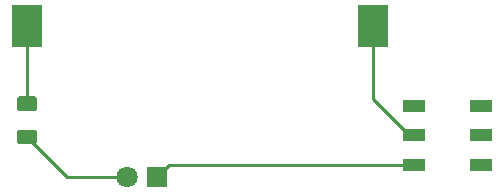
<source format=gbr>
G04 #@! TF.GenerationSoftware,KiCad,Pcbnew,(5.1.2)-1*
G04 #@! TF.CreationDate,2019-06-19T12:48:08+08:00*
G04 #@! TF.ProjectId,docker_take2,646f636b-6572-45f7-9461-6b65322e6b69,rev?*
G04 #@! TF.SameCoordinates,Original*
G04 #@! TF.FileFunction,Copper,L2,Bot*
G04 #@! TF.FilePolarity,Positive*
%FSLAX46Y46*%
G04 Gerber Fmt 4.6, Leading zero omitted, Abs format (unit mm)*
G04 Created by KiCad (PCBNEW (5.1.2)-1) date 2019-06-19 12:48:08*
%MOMM*%
%LPD*%
G04 APERTURE LIST*
%ADD10R,1.948180X1.099820*%
%ADD11R,2.600000X3.600000*%
%ADD12R,1.800000X1.800000*%
%ADD13C,1.800000*%
%ADD14C,0.100000*%
%ADD15C,1.250000*%
%ADD16C,0.250000*%
G04 APERTURE END LIST*
D10*
X163703000Y-86042500D03*
X169351960Y-86042500D03*
X163703000Y-83543140D03*
X163703000Y-88541860D03*
X169351960Y-83543140D03*
X169351960Y-88541860D03*
D11*
X130942800Y-76758800D03*
X160242800Y-76758800D03*
D12*
X141884400Y-89560400D03*
D13*
X139344400Y-89560400D03*
D14*
G36*
X131561104Y-85561404D02*
G01*
X131585373Y-85565004D01*
X131609171Y-85570965D01*
X131632271Y-85579230D01*
X131654449Y-85589720D01*
X131675493Y-85602333D01*
X131695198Y-85616947D01*
X131713377Y-85633423D01*
X131729853Y-85651602D01*
X131744467Y-85671307D01*
X131757080Y-85692351D01*
X131767570Y-85714529D01*
X131775835Y-85737629D01*
X131781796Y-85761427D01*
X131785396Y-85785696D01*
X131786600Y-85810200D01*
X131786600Y-86560200D01*
X131785396Y-86584704D01*
X131781796Y-86608973D01*
X131775835Y-86632771D01*
X131767570Y-86655871D01*
X131757080Y-86678049D01*
X131744467Y-86699093D01*
X131729853Y-86718798D01*
X131713377Y-86736977D01*
X131695198Y-86753453D01*
X131675493Y-86768067D01*
X131654449Y-86780680D01*
X131632271Y-86791170D01*
X131609171Y-86799435D01*
X131585373Y-86805396D01*
X131561104Y-86808996D01*
X131536600Y-86810200D01*
X130286600Y-86810200D01*
X130262096Y-86808996D01*
X130237827Y-86805396D01*
X130214029Y-86799435D01*
X130190929Y-86791170D01*
X130168751Y-86780680D01*
X130147707Y-86768067D01*
X130128002Y-86753453D01*
X130109823Y-86736977D01*
X130093347Y-86718798D01*
X130078733Y-86699093D01*
X130066120Y-86678049D01*
X130055630Y-86655871D01*
X130047365Y-86632771D01*
X130041404Y-86608973D01*
X130037804Y-86584704D01*
X130036600Y-86560200D01*
X130036600Y-85810200D01*
X130037804Y-85785696D01*
X130041404Y-85761427D01*
X130047365Y-85737629D01*
X130055630Y-85714529D01*
X130066120Y-85692351D01*
X130078733Y-85671307D01*
X130093347Y-85651602D01*
X130109823Y-85633423D01*
X130128002Y-85616947D01*
X130147707Y-85602333D01*
X130168751Y-85589720D01*
X130190929Y-85579230D01*
X130214029Y-85570965D01*
X130237827Y-85565004D01*
X130262096Y-85561404D01*
X130286600Y-85560200D01*
X131536600Y-85560200D01*
X131561104Y-85561404D01*
X131561104Y-85561404D01*
G37*
D15*
X130911600Y-86185200D03*
D14*
G36*
X131561104Y-82761404D02*
G01*
X131585373Y-82765004D01*
X131609171Y-82770965D01*
X131632271Y-82779230D01*
X131654449Y-82789720D01*
X131675493Y-82802333D01*
X131695198Y-82816947D01*
X131713377Y-82833423D01*
X131729853Y-82851602D01*
X131744467Y-82871307D01*
X131757080Y-82892351D01*
X131767570Y-82914529D01*
X131775835Y-82937629D01*
X131781796Y-82961427D01*
X131785396Y-82985696D01*
X131786600Y-83010200D01*
X131786600Y-83760200D01*
X131785396Y-83784704D01*
X131781796Y-83808973D01*
X131775835Y-83832771D01*
X131767570Y-83855871D01*
X131757080Y-83878049D01*
X131744467Y-83899093D01*
X131729853Y-83918798D01*
X131713377Y-83936977D01*
X131695198Y-83953453D01*
X131675493Y-83968067D01*
X131654449Y-83980680D01*
X131632271Y-83991170D01*
X131609171Y-83999435D01*
X131585373Y-84005396D01*
X131561104Y-84008996D01*
X131536600Y-84010200D01*
X130286600Y-84010200D01*
X130262096Y-84008996D01*
X130237827Y-84005396D01*
X130214029Y-83999435D01*
X130190929Y-83991170D01*
X130168751Y-83980680D01*
X130147707Y-83968067D01*
X130128002Y-83953453D01*
X130109823Y-83936977D01*
X130093347Y-83918798D01*
X130078733Y-83899093D01*
X130066120Y-83878049D01*
X130055630Y-83855871D01*
X130047365Y-83832771D01*
X130041404Y-83808973D01*
X130037804Y-83784704D01*
X130036600Y-83760200D01*
X130036600Y-83010200D01*
X130037804Y-82985696D01*
X130041404Y-82961427D01*
X130047365Y-82937629D01*
X130055630Y-82914529D01*
X130066120Y-82892351D01*
X130078733Y-82871307D01*
X130093347Y-82851602D01*
X130109823Y-82833423D01*
X130128002Y-82816947D01*
X130147707Y-82802333D01*
X130168751Y-82789720D01*
X130190929Y-82779230D01*
X130214029Y-82770965D01*
X130237827Y-82765004D01*
X130262096Y-82761404D01*
X130286600Y-82760200D01*
X131536600Y-82760200D01*
X131561104Y-82761404D01*
X131561104Y-82761404D01*
G37*
D15*
X130911600Y-83385200D03*
D16*
X130942800Y-83354000D02*
X130911600Y-83385200D01*
X130942800Y-76758800D02*
X130942800Y-83354000D01*
X163278820Y-86042500D02*
X163703000Y-86042500D01*
X160242800Y-83006480D02*
X163278820Y-86042500D01*
X160242800Y-78581800D02*
X160242800Y-83006480D01*
X160242800Y-76758800D02*
X160242800Y-78581800D01*
X160242800Y-78581800D02*
X160242800Y-79418900D01*
X153195020Y-88541860D02*
X142902940Y-88541860D01*
X142902940Y-88541860D02*
X141884400Y-89560400D01*
X163703000Y-88541860D02*
X142902940Y-88541860D01*
X134286800Y-89560400D02*
X130911600Y-86185200D01*
X139344400Y-89560400D02*
X134286800Y-89560400D01*
M02*

</source>
